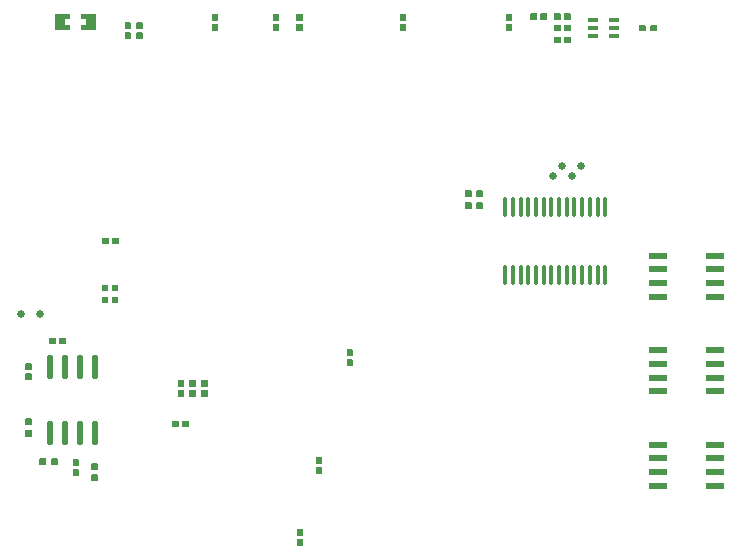
<source format=gtp>
G04 Layer: TopPasteMaskLayer*
G04 EasyEDA v6.5.40, 2024-03-19 00:07:40*
G04 3cfb54e61b884618aacb5dd00d766781,92418ead495845dc98574c5a0a119f62,10*
G04 Gerber Generator version 0.2*
G04 Scale: 100 percent, Rotated: No, Reflected: No *
G04 Dimensions in millimeters *
G04 leading zeros omitted , absolute positions ,4 integer and 5 decimal *
%FSLAX45Y45*%
%MOMM*%

%ADD10R,1.6000X0.6000*%
%ADD11C,0.6350*%
%ADD12O,0.58801X2.0450048*%
%ADD13O,0.3430016X1.7314926000000002*%
%ADD14R,0.9000X0.4000*%
%ADD15R,0.0199X0.4000*%

%LPD*%
G36*
X5599988Y4827473D02*
G01*
X5592978Y4822494D01*
X5592978Y4777486D01*
X5599988Y4772507D01*
X5647994Y4772507D01*
X5652973Y4777486D01*
X5652973Y4822494D01*
X5647994Y4827473D01*
G37*
G36*
X5501995Y4827473D02*
G01*
X5497017Y4822494D01*
X5497017Y4777486D01*
X5501995Y4772507D01*
X5550001Y4772507D01*
X5557012Y4777486D01*
X5557012Y4822494D01*
X5550001Y4827473D01*
G37*
G36*
X867511Y1021994D02*
G01*
X862482Y1014984D01*
X862482Y966978D01*
X867511Y961999D01*
X912520Y961999D01*
X917498Y966978D01*
X917498Y1014984D01*
X912520Y1021994D01*
G37*
G36*
X867511Y1118006D02*
G01*
X862482Y1112977D01*
X862482Y1065022D01*
X867511Y1058011D01*
X912520Y1058011D01*
X917498Y1065022D01*
X917498Y1112977D01*
X912520Y1118006D01*
G37*
G36*
X1037488Y2627020D02*
G01*
X1033475Y2623007D01*
X1033475Y2576982D01*
X1037488Y2572969D01*
X1087577Y2572969D01*
X1091539Y2576982D01*
X1091539Y2623007D01*
X1087577Y2627020D01*
G37*
G36*
X952449Y2627020D02*
G01*
X948436Y2623007D01*
X948436Y2576982D01*
X952449Y2572969D01*
X1002487Y2572969D01*
X1006500Y2576982D01*
X1006500Y2623007D01*
X1002487Y2627020D01*
G37*
G36*
X1042517Y3026968D02*
G01*
X1038504Y3023006D01*
X1038504Y2976981D01*
X1042517Y2973019D01*
X1092555Y2973019D01*
X1096568Y2976981D01*
X1096568Y3023006D01*
X1092555Y3026968D01*
G37*
G36*
X957427Y3026968D02*
G01*
X953414Y3023006D01*
X953414Y2976981D01*
X957427Y2973019D01*
X1007516Y2973019D01*
X1011478Y2976981D01*
X1011478Y3023006D01*
X1007516Y3026968D01*
G37*
G36*
X562508Y4920996D02*
G01*
X557479Y4916017D01*
X557479Y4788001D01*
X562508Y4782972D01*
X677519Y4782972D01*
X682498Y4788001D01*
X681990Y4830013D01*
X637997Y4830013D01*
X637997Y4874971D01*
X683006Y4874971D01*
X682498Y4916017D01*
X677519Y4920996D01*
G37*
G36*
X777494Y4920996D02*
G01*
X772515Y4916017D01*
X773023Y4874971D01*
X817016Y4874971D01*
X817016Y4830013D01*
X772515Y4830013D01*
X772515Y4788001D01*
X777494Y4782972D01*
X892505Y4782972D01*
X897483Y4788001D01*
X897483Y4916017D01*
X892505Y4920996D01*
G37*
G36*
X2766974Y1171549D02*
G01*
X2763012Y1167587D01*
X2763012Y1117498D01*
X2766974Y1113485D01*
X2812999Y1113485D01*
X2817012Y1117498D01*
X2817012Y1167587D01*
X2812999Y1171549D01*
G37*
G36*
X2766974Y1086510D02*
G01*
X2763012Y1082497D01*
X2763012Y1032459D01*
X2766974Y1028446D01*
X2812999Y1028446D01*
X2817012Y1032459D01*
X2817012Y1082497D01*
X2812999Y1086510D01*
G37*
G36*
X307492Y1497990D02*
G01*
X302514Y1493012D01*
X302514Y1445006D01*
X307492Y1437995D01*
X352501Y1437995D01*
X357479Y1445006D01*
X357479Y1493012D01*
X352501Y1497990D01*
G37*
G36*
X307492Y1401978D02*
G01*
X302514Y1395018D01*
X302514Y1347012D01*
X307492Y1341983D01*
X352501Y1341983D01*
X357479Y1347012D01*
X357479Y1395018D01*
X352501Y1401978D01*
G37*
G36*
X426974Y1157478D02*
G01*
X421995Y1152499D01*
X421995Y1107490D01*
X426974Y1102512D01*
X474980Y1102512D01*
X481990Y1107490D01*
X481990Y1152499D01*
X474980Y1157478D01*
G37*
G36*
X525018Y1157478D02*
G01*
X518007Y1152499D01*
X518007Y1107490D01*
X525018Y1102512D01*
X572973Y1102512D01*
X578002Y1107490D01*
X578002Y1152499D01*
X572973Y1157478D01*
G37*
G36*
X2401976Y4921554D02*
G01*
X2398014Y4917541D01*
X2398014Y4867503D01*
X2401976Y4863490D01*
X2448001Y4863490D01*
X2452014Y4867503D01*
X2452014Y4917541D01*
X2448001Y4921554D01*
G37*
G36*
X2401976Y4836515D02*
G01*
X2398014Y4832502D01*
X2398014Y4782413D01*
X2401976Y4778400D01*
X2448001Y4778400D01*
X2452014Y4782413D01*
X2452014Y4832502D01*
X2448001Y4836515D01*
G37*
G36*
X4376978Y4836515D02*
G01*
X4372965Y4832502D01*
X4372965Y4782413D01*
X4376978Y4778400D01*
X4423003Y4778400D01*
X4427016Y4782413D01*
X4427016Y4832502D01*
X4423003Y4836515D01*
G37*
G36*
X4376978Y4921554D02*
G01*
X4372965Y4917541D01*
X4372965Y4867503D01*
X4376978Y4863490D01*
X4423003Y4863490D01*
X4427016Y4867503D01*
X4427016Y4917541D01*
X4423003Y4921554D01*
G37*
G36*
X4582414Y4926990D02*
G01*
X4578400Y4922977D01*
X4578400Y4877003D01*
X4582414Y4872990D01*
X4632502Y4872990D01*
X4636465Y4877003D01*
X4636465Y4922977D01*
X4632502Y4926990D01*
G37*
G36*
X4667504Y4926990D02*
G01*
X4663490Y4922977D01*
X4663490Y4877003D01*
X4667504Y4872990D01*
X4717542Y4872990D01*
X4721555Y4877003D01*
X4721555Y4922977D01*
X4717542Y4926990D01*
G37*
G36*
X3477006Y4921554D02*
G01*
X3472992Y4917541D01*
X3472992Y4867503D01*
X3477006Y4863490D01*
X3522979Y4863490D01*
X3526993Y4867503D01*
X3526993Y4917541D01*
X3522979Y4921554D01*
G37*
G36*
X3477006Y4836515D02*
G01*
X3472992Y4832502D01*
X3472992Y4782413D01*
X3477006Y4778400D01*
X3522979Y4778400D01*
X3526993Y4782413D01*
X3526993Y4832502D01*
X3522979Y4836515D01*
G37*
G36*
X1796999Y1736496D02*
G01*
X1792986Y1732483D01*
X1792986Y1682445D01*
X1796999Y1678432D01*
X1842973Y1678432D01*
X1846986Y1682445D01*
X1846986Y1732483D01*
X1842973Y1736496D01*
G37*
G36*
X1796999Y1821586D02*
G01*
X1792986Y1817573D01*
X1792986Y1767484D01*
X1796999Y1763522D01*
X1842973Y1763522D01*
X1846986Y1767484D01*
X1846986Y1817573D01*
X1842973Y1821586D01*
G37*
G36*
X1552448Y1477010D02*
G01*
X1548434Y1472996D01*
X1548434Y1427022D01*
X1552448Y1423009D01*
X1602486Y1423009D01*
X1606499Y1427022D01*
X1606499Y1472996D01*
X1602486Y1477010D01*
G37*
G36*
X1637487Y1477010D02*
G01*
X1633474Y1472996D01*
X1633474Y1427022D01*
X1637487Y1423009D01*
X1687575Y1423009D01*
X1691538Y1427022D01*
X1691538Y1472996D01*
X1687575Y1477010D01*
G37*
G36*
X1596999Y1821586D02*
G01*
X1592986Y1817573D01*
X1592986Y1767484D01*
X1596999Y1763522D01*
X1642973Y1763522D01*
X1646986Y1767484D01*
X1646986Y1817573D01*
X1642973Y1821586D01*
G37*
G36*
X1596999Y1736496D02*
G01*
X1592986Y1732483D01*
X1592986Y1682445D01*
X1596999Y1678432D01*
X1642973Y1678432D01*
X1646986Y1682445D01*
X1646986Y1732483D01*
X1642973Y1736496D01*
G37*
G36*
X1696974Y1821586D02*
G01*
X1693011Y1817573D01*
X1693011Y1767484D01*
X1696974Y1763522D01*
X1742998Y1763522D01*
X1747012Y1767484D01*
X1747012Y1817573D01*
X1742998Y1821586D01*
G37*
G36*
X1696974Y1736496D02*
G01*
X1693011Y1732483D01*
X1693011Y1682445D01*
X1696974Y1678432D01*
X1742998Y1678432D01*
X1747012Y1682445D01*
X1747012Y1732483D01*
X1742998Y1736496D01*
G37*
G36*
X3026968Y2081580D02*
G01*
X3023006Y2077567D01*
X3023006Y2027478D01*
X3026968Y2023516D01*
X3072993Y2023516D01*
X3077006Y2027478D01*
X3077006Y2077567D01*
X3072993Y2081580D01*
G37*
G36*
X3026968Y1996490D02*
G01*
X3023006Y1992477D01*
X3023006Y1942439D01*
X3026968Y1938426D01*
X3072993Y1938426D01*
X3077006Y1942439D01*
X3077006Y1992477D01*
X3072993Y1996490D01*
G37*
G36*
X2607005Y561543D02*
G01*
X2602992Y557580D01*
X2602992Y507492D01*
X2607005Y503478D01*
X2652979Y503478D01*
X2656992Y507492D01*
X2656992Y557580D01*
X2652979Y561543D01*
G37*
G36*
X2607005Y476504D02*
G01*
X2602992Y472490D01*
X2602992Y422452D01*
X2607005Y418439D01*
X2652979Y418439D01*
X2656992Y422452D01*
X2656992Y472490D01*
X2652979Y476504D01*
G37*
G36*
X4782413Y4726990D02*
G01*
X4778451Y4722977D01*
X4778451Y4677003D01*
X4782413Y4672990D01*
X4832502Y4672990D01*
X4836464Y4677003D01*
X4836464Y4722977D01*
X4832502Y4726990D01*
G37*
G36*
X4867503Y4726990D02*
G01*
X4863490Y4722977D01*
X4863490Y4677003D01*
X4867503Y4672990D01*
X4917541Y4672990D01*
X4921554Y4677003D01*
X4921554Y4722977D01*
X4917541Y4726990D01*
G37*
G36*
X4867503Y4926990D02*
G01*
X4863490Y4922977D01*
X4863490Y4877003D01*
X4867503Y4872990D01*
X4917541Y4872990D01*
X4921554Y4877003D01*
X4921554Y4922977D01*
X4917541Y4926990D01*
G37*
G36*
X4782413Y4926990D02*
G01*
X4778451Y4922977D01*
X4778451Y4877003D01*
X4782413Y4872990D01*
X4832502Y4872990D01*
X4836464Y4877003D01*
X4836464Y4922977D01*
X4832502Y4926990D01*
G37*
G36*
X4782413Y4827016D02*
G01*
X4778451Y4823002D01*
X4778451Y4776978D01*
X4782413Y4773015D01*
X4832502Y4773015D01*
X4836464Y4776978D01*
X4836464Y4823002D01*
X4832502Y4827016D01*
G37*
G36*
X4867503Y4827016D02*
G01*
X4863490Y4823002D01*
X4863490Y4776978D01*
X4867503Y4773015D01*
X4917541Y4773015D01*
X4921554Y4776978D01*
X4921554Y4823002D01*
X4917541Y4827016D01*
G37*
G36*
X952449Y2526995D02*
G01*
X948436Y2522982D01*
X948436Y2477008D01*
X952449Y2472994D01*
X1002487Y2472994D01*
X1006500Y2477008D01*
X1006500Y2522982D01*
X1002487Y2526995D01*
G37*
G36*
X1037488Y2526995D02*
G01*
X1033475Y2522982D01*
X1033475Y2477008D01*
X1037488Y2472994D01*
X1087577Y2472994D01*
X1091539Y2477008D01*
X1091539Y2522982D01*
X1087577Y2526995D01*
G37*
G36*
X306984Y1961540D02*
G01*
X303022Y1957578D01*
X303022Y1907489D01*
X306984Y1903475D01*
X353009Y1903475D01*
X357022Y1907489D01*
X357022Y1957578D01*
X353009Y1961540D01*
G37*
G36*
X306984Y1876501D02*
G01*
X303022Y1872488D01*
X303022Y1822450D01*
X306984Y1818436D01*
X353009Y1818436D01*
X357022Y1822450D01*
X357022Y1872488D01*
X353009Y1876501D01*
G37*
G36*
X706983Y1066495D02*
G01*
X703021Y1062482D01*
X703021Y1012444D01*
X706983Y1008430D01*
X753008Y1008430D01*
X757021Y1012444D01*
X757021Y1062482D01*
X753008Y1066495D01*
G37*
G36*
X706983Y1151585D02*
G01*
X703021Y1147572D01*
X703021Y1097483D01*
X706983Y1093520D01*
X753008Y1093520D01*
X757021Y1097483D01*
X757021Y1147572D01*
X753008Y1151585D01*
G37*
G36*
X592480Y2176983D02*
G01*
X588518Y2172970D01*
X588518Y2126996D01*
X592480Y2122982D01*
X642569Y2122982D01*
X646582Y2126996D01*
X646582Y2172970D01*
X642569Y2176983D01*
G37*
G36*
X507441Y2176983D02*
G01*
X503428Y2172970D01*
X503428Y2126996D01*
X507441Y2122982D01*
X557479Y2122982D01*
X561492Y2126996D01*
X561492Y2172970D01*
X557479Y2176983D01*
G37*
G36*
X4026966Y3327501D02*
G01*
X4021988Y3322472D01*
X4021988Y3277514D01*
X4026966Y3272485D01*
X4074972Y3272485D01*
X4081983Y3277514D01*
X4081983Y3322472D01*
X4074972Y3327501D01*
G37*
G36*
X4125010Y3327501D02*
G01*
X4118000Y3322472D01*
X4118000Y3277514D01*
X4125010Y3272485D01*
X4172965Y3272485D01*
X4177995Y3277514D01*
X4177995Y3322472D01*
X4172965Y3327501D01*
G37*
G36*
X4026966Y3427476D02*
G01*
X4021988Y3422497D01*
X4021988Y3377488D01*
X4026966Y3372510D01*
X4074972Y3372510D01*
X4081983Y3377488D01*
X4081983Y3422497D01*
X4074972Y3427476D01*
G37*
G36*
X4125010Y3427476D02*
G01*
X4118000Y3422497D01*
X4118000Y3377488D01*
X4125010Y3372510D01*
X4172965Y3372510D01*
X4177995Y3377488D01*
X4177995Y3422497D01*
X4172965Y3427476D01*
G37*
G36*
X1147013Y4851552D02*
G01*
X1143000Y4847539D01*
X1143000Y4797501D01*
X1147013Y4793488D01*
X1192987Y4793488D01*
X1197000Y4797501D01*
X1197000Y4847539D01*
X1192987Y4851552D01*
G37*
G36*
X1147013Y4766513D02*
G01*
X1143000Y4762500D01*
X1143000Y4712411D01*
X1147013Y4708448D01*
X1192987Y4708448D01*
X1197000Y4712411D01*
X1197000Y4762500D01*
X1192987Y4766513D01*
G37*
G36*
X1246987Y4851552D02*
G01*
X1242974Y4847539D01*
X1242974Y4797501D01*
X1246987Y4793488D01*
X1293012Y4793488D01*
X1296974Y4797501D01*
X1296974Y4847539D01*
X1293012Y4851552D01*
G37*
G36*
X1246987Y4766513D02*
G01*
X1242974Y4762500D01*
X1242974Y4712411D01*
X1246987Y4708448D01*
X1293012Y4708448D01*
X1296974Y4712411D01*
X1296974Y4762500D01*
X1293012Y4766513D01*
G37*
G36*
X1887016Y4836515D02*
G01*
X1883003Y4832502D01*
X1883003Y4782413D01*
X1887016Y4778400D01*
X1932990Y4778400D01*
X1937004Y4782413D01*
X1937004Y4832502D01*
X1932990Y4836515D01*
G37*
G36*
X1887016Y4921554D02*
G01*
X1883003Y4917541D01*
X1883003Y4867503D01*
X1887016Y4863490D01*
X1932990Y4863490D01*
X1937004Y4867503D01*
X1937004Y4917541D01*
X1932990Y4921554D01*
G37*
G36*
X2601976Y4836515D02*
G01*
X2598013Y4832502D01*
X2598013Y4782413D01*
X2601976Y4778400D01*
X2648000Y4778400D01*
X2652014Y4782413D01*
X2652014Y4832502D01*
X2648000Y4836515D01*
G37*
G36*
X2601976Y4921554D02*
G01*
X2598013Y4917541D01*
X2598013Y4867503D01*
X2601976Y4863490D01*
X2648000Y4863490D01*
X2652014Y4867503D01*
X2652014Y4917541D01*
X2648000Y4921554D01*
G37*
D10*
G01*
X5659983Y2873984D03*
G01*
X5659983Y2758008D03*
G01*
X5659983Y2642006D03*
G01*
X5659983Y2526004D03*
G01*
X6139992Y2526004D03*
G01*
X6139992Y2642006D03*
G01*
X6139992Y2758008D03*
G01*
X6139992Y2873984D03*
D11*
G01*
X270002Y2380005D03*
G01*
X429996Y2380005D03*
D12*
G01*
X890498Y1927225D03*
G01*
X763498Y1927225D03*
G01*
X636498Y1927225D03*
G01*
X509498Y1927225D03*
G01*
X890498Y1372743D03*
G01*
X763498Y1372743D03*
G01*
X636498Y1372743D03*
G01*
X509498Y1372743D03*
D10*
G01*
X5659983Y1273987D03*
G01*
X5659983Y1158011D03*
G01*
X5659983Y1042009D03*
G01*
X5659983Y926007D03*
G01*
X6139992Y926007D03*
G01*
X6139992Y1042009D03*
G01*
X6139992Y1158011D03*
G01*
X6139992Y1273987D03*
G01*
X5659983Y2073986D03*
G01*
X5659983Y1958009D03*
G01*
X5659983Y1842007D03*
G01*
X5659983Y1726006D03*
G01*
X6139992Y1726006D03*
G01*
X6139992Y1842007D03*
G01*
X6139992Y1958009D03*
G01*
X6139992Y2073986D03*
D11*
G01*
X4769993Y3549954D03*
G01*
X4850002Y3629964D03*
G01*
X4929987Y3549954D03*
G01*
X5009997Y3629964D03*
D13*
G01*
X4367479Y2713405D03*
G01*
X4432477Y2713405D03*
G01*
X4497476Y2713405D03*
G01*
X4562475Y2713405D03*
G01*
X4627473Y2713405D03*
G01*
X4692472Y2713405D03*
G01*
X4757496Y2713405D03*
G01*
X4822494Y2713405D03*
G01*
X4887493Y2713405D03*
G01*
X4952491Y2713405D03*
G01*
X5017490Y2713405D03*
G01*
X5082489Y2713405D03*
G01*
X5147487Y2713405D03*
G01*
X5212486Y2713405D03*
G01*
X4367479Y3286556D03*
G01*
X4432477Y3286556D03*
G01*
X4497476Y3286556D03*
G01*
X4562475Y3286556D03*
G01*
X4627473Y3286556D03*
G01*
X4692472Y3286556D03*
G01*
X4757496Y3286556D03*
G01*
X4822494Y3286556D03*
G01*
X4887493Y3286556D03*
G01*
X4952491Y3286556D03*
G01*
X5017490Y3286556D03*
G01*
X5082489Y3286556D03*
G01*
X5147487Y3286556D03*
G01*
X5212486Y3286556D03*
D14*
G01*
X5109997Y4799990D03*
G01*
X5109997Y4734991D03*
G01*
X5289981Y4734991D03*
G01*
X5289981Y4799990D03*
G01*
X5289981Y4864988D03*
G01*
X5109997Y4864988D03*
M02*

</source>
